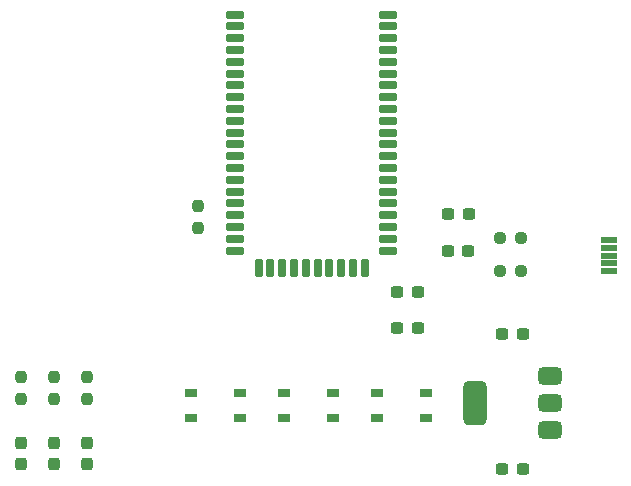
<source format=gbr>
%TF.GenerationSoftware,KiCad,Pcbnew,8.0.8*%
%TF.CreationDate,2025-02-03T11:58:04+00:00*%
%TF.ProjectId,FSC-BT1038B Barebones Breakout,4653432d-4254-4313-9033-384220426172,0.1*%
%TF.SameCoordinates,Original*%
%TF.FileFunction,Paste,Top*%
%TF.FilePolarity,Positive*%
%FSLAX46Y46*%
G04 Gerber Fmt 4.6, Leading zero omitted, Abs format (unit mm)*
G04 Created by KiCad (PCBNEW 8.0.8) date 2025-02-03 11:58:04*
%MOMM*%
%LPD*%
G01*
G04 APERTURE LIST*
G04 Aperture macros list*
%AMRoundRect*
0 Rectangle with rounded corners*
0 $1 Rounding radius*
0 $2 $3 $4 $5 $6 $7 $8 $9 X,Y pos of 4 corners*
0 Add a 4 corners polygon primitive as box body*
4,1,4,$2,$3,$4,$5,$6,$7,$8,$9,$2,$3,0*
0 Add four circle primitives for the rounded corners*
1,1,$1+$1,$2,$3*
1,1,$1+$1,$4,$5*
1,1,$1+$1,$6,$7*
1,1,$1+$1,$8,$9*
0 Add four rect primitives between the rounded corners*
20,1,$1+$1,$2,$3,$4,$5,0*
20,1,$1+$1,$4,$5,$6,$7,0*
20,1,$1+$1,$6,$7,$8,$9,0*
20,1,$1+$1,$8,$9,$2,$3,0*%
G04 Aperture macros list end*
%ADD10RoundRect,0.237500X0.237500X-0.250000X0.237500X0.250000X-0.237500X0.250000X-0.237500X-0.250000X0*%
%ADD11R,1.050000X0.650000*%
%ADD12RoundRect,0.237500X-0.237500X0.287500X-0.237500X-0.287500X0.237500X-0.287500X0.237500X0.287500X0*%
%ADD13RoundRect,0.375000X0.625000X0.375000X-0.625000X0.375000X-0.625000X-0.375000X0.625000X-0.375000X0*%
%ADD14RoundRect,0.500000X0.500000X1.400000X-0.500000X1.400000X-0.500000X-1.400000X0.500000X-1.400000X0*%
%ADD15RoundRect,0.237500X0.250000X0.237500X-0.250000X0.237500X-0.250000X-0.237500X0.250000X-0.237500X0*%
%ADD16RoundRect,0.237500X0.300000X0.237500X-0.300000X0.237500X-0.300000X-0.237500X0.300000X-0.237500X0*%
%ADD17RoundRect,0.020000X0.655000X-0.180000X0.655000X0.180000X-0.655000X0.180000X-0.655000X-0.180000X0*%
%ADD18RoundRect,0.237500X-0.300000X-0.237500X0.300000X-0.237500X0.300000X0.237500X-0.300000X0.237500X0*%
%ADD19RoundRect,0.150000X-0.650000X-0.150000X0.650000X-0.150000X0.650000X0.150000X-0.650000X0.150000X0*%
%ADD20RoundRect,0.150000X-0.150000X-0.650000X0.150000X-0.650000X0.150000X0.650000X-0.150000X0.650000X0*%
G04 APERTURE END LIST*
D10*
%TO.C,R5*%
X153416000Y-93114500D03*
X153416000Y-91289500D03*
%TD*%
D11*
%TO.C,SW1*%
X178011000Y-92601000D03*
X182161000Y-92601000D03*
X178011000Y-94751000D03*
X182161000Y-94751000D03*
%TD*%
%TO.C,SW3*%
X170137000Y-92601000D03*
X174287000Y-92601000D03*
X170137000Y-94751000D03*
X174287000Y-94751000D03*
%TD*%
D12*
%TO.C,D1*%
X147828000Y-96915000D03*
X147828000Y-98665000D03*
%TD*%
D13*
%TO.C,U1*%
X192634000Y-95772000D03*
X192634000Y-93472000D03*
D14*
X186334000Y-93472000D03*
D13*
X192634000Y-91172000D03*
%TD*%
D10*
%TO.C,R3*%
X147828000Y-93114500D03*
X147828000Y-91289500D03*
%TD*%
D11*
%TO.C,SW2*%
X162263000Y-92601000D03*
X166413000Y-92601000D03*
X162263000Y-94751000D03*
X166413000Y-94751000D03*
%TD*%
D15*
%TO.C,R2*%
X190222500Y-82296000D03*
X188397500Y-82296000D03*
%TD*%
%TO.C,R6*%
X190222500Y-79502000D03*
X188397500Y-79502000D03*
%TD*%
D10*
%TO.C,R1*%
X162814000Y-78636500D03*
X162814000Y-76811500D03*
%TD*%
%TO.C,R4*%
X150622000Y-93114500D03*
X150622000Y-91289500D03*
%TD*%
D16*
%TO.C,C2*%
X190346500Y-87630000D03*
X188621500Y-87630000D03*
%TD*%
D17*
%TO.C,J2*%
X197612000Y-82326000D03*
X197612000Y-81676000D03*
X197612000Y-81026000D03*
X197612000Y-80376000D03*
X197612000Y-79726000D03*
%TD*%
D18*
%TO.C,C6*%
X179731500Y-87122000D03*
X181456500Y-87122000D03*
%TD*%
D12*
%TO.C,D3*%
X153416000Y-96915000D03*
X153416000Y-98665000D03*
%TD*%
D18*
%TO.C,C5*%
X184049500Y-77470000D03*
X185774500Y-77470000D03*
%TD*%
D12*
%TO.C,D2*%
X150622000Y-96915000D03*
X150622000Y-98665000D03*
%TD*%
D19*
%TO.C,U2*%
X165966000Y-60598000D03*
X165966000Y-61598000D03*
X165966000Y-62598000D03*
X165966000Y-63598000D03*
X165966000Y-64598000D03*
X165966000Y-65598000D03*
X165966000Y-66598000D03*
X165966000Y-67598000D03*
X165966000Y-68598000D03*
X165966000Y-69598000D03*
X165966000Y-70598000D03*
X165966000Y-71598000D03*
X165966000Y-72598000D03*
X165966000Y-73598000D03*
X165966000Y-74598000D03*
X165966000Y-75598000D03*
X165966000Y-76598000D03*
X165966000Y-77598000D03*
X165966000Y-78598000D03*
X165966000Y-79598000D03*
X165966000Y-80598000D03*
D20*
X167966000Y-82098000D03*
X168966000Y-82098000D03*
X169966000Y-82098000D03*
X170966000Y-82098000D03*
X171966000Y-82098000D03*
X172966000Y-82098000D03*
X173966000Y-82098000D03*
X174966000Y-82098000D03*
X175966000Y-82098000D03*
X176966000Y-82098000D03*
D19*
X178966000Y-80598000D03*
X178966000Y-79598000D03*
X178966000Y-78598000D03*
X178966000Y-77598000D03*
X178966000Y-76598000D03*
X178966000Y-75598000D03*
X178966000Y-74598000D03*
X178966000Y-73598000D03*
X178966000Y-72598000D03*
X178966000Y-71598000D03*
X178966000Y-70598000D03*
X178966000Y-69598000D03*
X178966000Y-68598000D03*
X178966000Y-67598000D03*
X178966000Y-66598000D03*
X178966000Y-65598000D03*
X178966000Y-64598000D03*
X178966000Y-63598000D03*
X178966000Y-62598000D03*
X178966000Y-61598000D03*
X178966000Y-60598000D03*
%TD*%
D18*
%TO.C,C3*%
X188621500Y-99060000D03*
X190346500Y-99060000D03*
%TD*%
%TO.C,C4*%
X183993500Y-80638000D03*
X185718500Y-80638000D03*
%TD*%
D16*
%TO.C,C1*%
X181456500Y-84074000D03*
X179731500Y-84074000D03*
%TD*%
M02*

</source>
